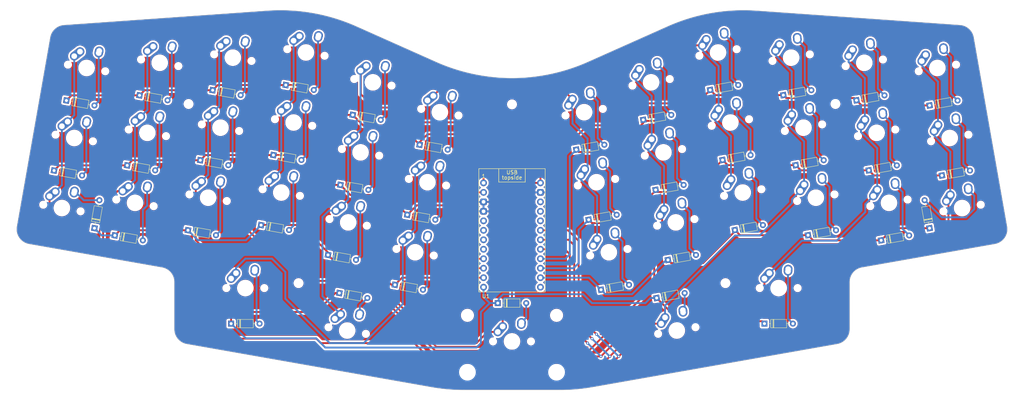
<source format=kicad_pcb>
(kicad_pcb (version 20221018) (generator pcbnew)
  (layers (0 "F.Cu" signal) (31 "B.Cu" signal) (34 "B.Paste" user) (35 "F.Paste" user) (36 "B.SilkS" user "B.Silkscreen") (37 "F.SilkS" user "F.Silkscreen") (38 "B.Mask" user) (39 "F.Mask" user) (44 "Edge.Cuts" user))
  (net 0 "")
  (net 1 "ROW3")
  (net 2 "Net-(D1-A)")
  (net 3 "Net-(D2-A)")
  (net 4 "Net-(D3-A)")
  (net 5 "Net-(D4-A)")
  (net 6 "Net-(D5-A)")
  (net 7 "Net-(D6-A)")
  (net 8 "ROW0")
  (net 9 "Net-(D7-A)")
  (net 10 "Net-(D8-A)")
  (net 11 "Net-(D9-A)")
  (net 12 "Net-(D10-A)")
  (net 13 "Net-(D11-A)")
  (net 14 "Net-(D12-A)")
  (net 15 "ROW4")
  (net 16 "Net-(D13-A)")
  (net 17 "Net-(D14-A)")
  (net 18 "Net-(D15-A)")
  (net 19 "Net-(D16-A)")
  (net 20 "Net-(D17-A)")
  (net 21 "Net-(D18-A)")
  (net 22 "ROW1")
  (net 23 "Net-(D19-A)")
  (net 24 "Net-(D20-A)")
  (net 25 "Net-(D21-A)")
  (net 26 "Net-(D22-A)")
  (net 27 "Net-(D23-A)")
  (net 28 "Net-(D24-A)")
  (net 29 "ROW5")
  (net 30 "Net-(D25-A)")
  (net 31 "Net-(D26-A)")
  (net 32 "Net-(D27-A)")
  (net 33 "Net-(D28-A)")
  (net 34 "Net-(D29-A)")
  (net 35 "Net-(D30-A)")
  (net 36 "ROW2")
  (net 37 "Net-(D31-A)")
  (net 38 "Net-(D32-A)")
  (net 39 "Net-(D33-A)")
  (net 40 "Net-(D34-A)")
  (net 41 "Net-(D35-A)")
  (net 42 "Net-(D36-A)")
  (net 43 "ROW6")
  (net 44 "Net-(D37-A)")
  (net 45 "Net-(D38-A)")
  (net 46 "Net-(D39-A)")
  (net 47 "Net-(D40-A)")
  (net 48 "Net-(D41-A)")
  (net 49 "COL0")
  (net 50 "COL1")
  (net 51 "COL2")
  (net 52 "COL3")
  (net 53 "COL4")
  (net 54 "COL5")
  (net 57 "GND")
  (net 61 "VCC")
  (footprint "_mx:MX-Alps-Hybrid-1.5U" (layer "F.Cu") (at 254.1534 177.587 10)
    (fp_text reference "MX40" hide)
    (fp_text value "MX" hide)
  )
  (footprint "_mx:MX-Alps-Hybrid-1U" (layer "F.Cu") (at 232.64 137.8567 10)
    (fp_text reference "MX19" hide)
    (fp_text value "MX" hide)
  )
  (footprint "Diode_THT:D_DO-35_SOD27_P7.62mm_Horizontal" (layer "F.Cu") (at 233.8499 166.6591 10)
    (fp_text reference "D31" hide)
    (fp_text value "1N4148" hide)
  )
  (footprint "_mx:MX-Alps-Hybrid-1U" (layer "F.Cu") (at 330.5779 144.7674 10)
    (fp_text reference "MX36" hide)
    (fp_text value "MX" hide)
  )
  (footprint "_mx:MX-Alps-Hybrid-1U" (layer "F.Cu") (at 138.5625 166.2125)
    (fp_text reference "MX37" hide)
    (fp_text value "MX" hide)
  )
  (footprint "_mx:MX-Alps-Hybrid-1U" (layer "F.Cu") (at 190.668 119.0961 -10)
    (fp_text reference "MX1" hide)
    (fp_text value "MX" hide)
  )
  (footprint "_mx:MX-Alps-Hybrid-1U" (layer "F.Cu") (at 172.7344 111.0979 -10)
    (fp_text reference "MX2" hide)
    (fp_text value "MX" hide)
  )
  (footprint "Diode_THT:D_DO-35_SOD27_P7.62mm_Horizontal" (layer "F.Cu") (at 142.7787 149.3397 -10)
    (fp_text reference "D27" hide)
    (fp_text value "1N4148" hide)
  )
  (footprint "Diode_THT:D_DO-35_SOD27_P7.62mm_Horizontal" (layer "F.Cu") (at 164.0203 138.5772 -10)
    (fp_text reference "D14" hide)
    (fp_text value "1N4148" hide)
  )
  (footprint "Diode_THT:D_DO-35_SOD27_P7.62mm_Horizontal" (layer "F.Cu") (at 146.0867 130.5791 -10)
    (fp_text reference "D15" hide)
    (fp_text value "1N4148" hide)
  )
  (footprint "Diode_THT:D_DO-35_SOD27_P7.62mm_Horizontal" (layer "F.Cu") (at 266.409 131.9023 10)
    (fp_text reference "D21" hide)
    (fp_text value "1N4148" hide)
  )
  (footprint "_mx:MX-Alps-Hybrid-1U" (layer "F.Cu") (at 184.052 156.6172 -10)
    (fp_text reference "MX25" hide)
    (fp_text value "MX" hide)
  )
  (footprint "Diode_THT:D_DO-35_SOD27_P7.62mm_Horizontal" (layer "F.Cu") (at 277.6275 175.7375)
    (fp_text reference "D41" hide)
    (fp_text value "1N4148" hide)
  )
  (footprint "_mx:MX-Alps-Hybrid-1U" (layer "F.Cu") (at 235.948 156.6172 10)
    (fp_text reference "MX31" hide)
    (fp_text value "MX" hide)
  )
  (footprint "_mx:MX-Alps-Hybrid-1U" (layer "F.Cu") (at 115.6257 105.8641 -10)
    (fp_text reference "MX5" hide)
    (fp_text value "MX" hide)
  )
  (footprint "MountingHole:MountingHole_2.2mm_M2" (layer "F.Cu") (at 267.1817 164.8848)
    (fp_text reference "H4" hide)
    (fp_text value "MountingHole" hide)
  )
  (footprint "Diode_THT:D_DO-35_SOD27_P7.62mm_Horizontal" (layer "F.Cu") (at 308.8922 153.4272 10)
    (fp_text reference "D35" hide)
    (fp_text value "1N4148" hide)
  )
  (footprint "Diode_THT:D_DO-35_SOD27_P7.62mm_Horizontal" (layer "F.Cu") (at 263.101 113.1417 10)
    (fp_text reference "D9" hide)
    (fp_text value "1N4148" hide)
  )
  (footprint "_mx:MX-Alps-Hybrid-1U" (layer "F.Cu") (at 284.7867 104.4819 10)
    (fp_text reference "MX10" hide)
    (fp_text value "MX" hide)
  )
  (footprint "Diode_THT:D_DO-35_SOD27_P7.62mm_Horizontal" (layer "F.Cu") (at 245.1674 121.1398 10)
    (fp_text reference "D8" hide)
    (fp_text value "1N4148" hide)
  )
  (footprint "Diode_THT:D_DO-35_SOD27_P7.62mm_Horizontal" (layer "F.Cu") (at 248.7473 168.8683 10)
    (fp_text reference "D40" hide)
    (fp_text value "1N4148" hide)
  )
  (footprint "MountingHole:MountingHole_2.2mm_M2" (layer "F.Cu") (at 296.648 116.8984)
    (fp_text reference "H5" hide)
    (fp_text value "MountingHole" hide)
  )
  (footprint "_mx:MX-Alps-Hybrid-1U" (layer "F.Cu") (at 271.8151 140.621 10)
    (fp_text reference "MX33" hide)
    (fp_text value "MX" hide)
  )
  (footprint "PCM_marbastlib-xp-promicroish:ProMicro_USBup" (layer "F.Cu") (at 210 152.005)
    (fp_text reference "U1")
    (fp_text value "ProMicro")
  )
  (footprint "Diode_THT:D_DO-35_SOD27_P7.62mm_Horizontal" (layer "F.Cu") (at 325.1718 136.0487 10)
    (fp_text reference "D24" hide)
    (fp_text value "1N4148" hide)
  )
  (footprint "_mx:MX-Alps-Hybrid-1U" (layer "F.Cu") (at 96.0381 107.2462 -10)
    (fp_text reference "MX6" hide)
    (fp_text value "MX" hide)
  )
  (footprint "_mx:MX-Alps-Hybrid-1U" (layer "F.Cu") (at 281.4375 166.2125)
    (fp_text reference "MX41" hide)
    (fp_text value "MX" hide)
  )
  (footprint "Diode_THT:D_DO-35_SOD27_P7.62mm_Horizontal" (layer "F.Cu") (at 248.4754 139.9004 10)
    (fp_text reference "D20" hide)
    (fp_text value "1N4148" hide)
  )
  (footprint "Diode_THT:D_DO-35_SOD27_P7.62mm_Horizontal" (layer "F.Cu") (at 167.3283 119.8166 -10)
    (fp_text reference "D2" hide)
    (fp_text value "1N4148" hide)
  )
  (footprint "Diode_THT:D_DO-35_SOD27_P7.62mm_Horizontal" (layer "F.Cu") (at 103.6036 152.104 -10)
    (fp_text reference "D29" hide)
    (fp_text value "1N4148" hide)
  )
  (footprint "Diode_THT:D_DO-35_SOD27_P7.62mm_Horizontal" (layer "F.Cu") (at 206.19 170.2406)
    (fp_text reference "D39" hide)
    (fp_text value "1N4148" hide)
  )
  (footprint "Diode_THT:D_DO-35_SOD27_P7.62mm_Horizontal" (layer "F.Cu") (at 321.8592 150.1735 100)
    (fp_text reference "D36" hide)
    (fp_text value "1N4148" hide)
  )
  (footprint "_mx:MX-Alps-Hybrid-1U" (layer "F.Cu") (at 166.1184 148.6191 -10)
    (fp_text reference "MX26" hide)
    (fp_text value "MX" hide)
  )
  (footprint "_mx:MX-Alps-Hybrid-1U" (layer "F.Cu") (at 323.9619 107.2462 10)
    (fp_text reference "MX12" hide)
    (fp_text value "MX" hide)
  )
  (footprint "Diode_THT:D_DO-35_SOD27_P7.62mm_Horizontal" (layer "F.Cu") (at 302.2762 115.906 10)
    (fp_text reference "D11" hide)
    (fp_text value "1N4148" hide)
  )
  (footprint "_mx:MX-Alps-Hybrid-1U" (layer "F.Cu") (at 112.3177 124.6247 -10)
    (fp_text reference "MX17" hide)
    (fp_text value "MX" hide)
  )
  (footprint "MountingHole:MountingHole_2.2mm_M2" (layer "F.Cu") (at 210 117)
    (fp_text reference "H1" hide)
    (fp_text value "MountingHole" hide)
  )
  (footprint "_mx:MX-Alps-Hybrid-1U" (layer "F.Cu") (at 151.4929 121.8604 -10)
    (fp_text reference "MX15" hide)
    (fp_text value "MX" hide)
  )
  (footprint "_mx:MX-Alps-Hybrid-1U" (layer "F.Cu") (at 288.0947 123.2425 10)
    (fp_text reference "MX22" hide)
    (fp_text value "MX" hide)
  )
  (footprint "_mx:MX-Alps-Hybrid-1U" (layer "F.Cu") (at 253.8816 148.6191 10)
    (fp_text reference "MX32" hide)
    (fp_text value "MX" hide)
  )
  (footprint "Diode_THT:D_DO-35_SOD27_P7.62mm_Horizontal" (layer "F.Cu") (at 123.1912 150.7218 -10)
    (fp_text reference "D28" hide)
    (fp_text value "1N4148" hide)
  )
  (footprint "Diode_THT:D_DO-35_SOD27_P7.62mm_Horizontal" (layer "F.Cu") (at 285.9966 133.2844 10)
    (fp_text reference "D22" hide)
    (fp_text value "1N4148" hide)
  )
  (footprint "Diode_THT:D_DO-35_SOD27_P7.62mm_Horizontal" (layer "F.Cu") (at 149.3947 111.8185 -10)
    (fp_text reference "D3" hide)
    (fp_text value "1N4148" hide)
  )
  (footprint "Diode_THT:D_DO-35_SOD27_P7.62mm_Horizontal" (layer "F.Cu") (at 321.8638 117.2881 10)
    (fp_text reference "D12" hide)
    (fp_text value "1N4148" hide)
  )
  (footprint "Diode_THT:D_DO-35_SOD27_P7.62mm_Horizontal" (layer "F.Cu") (at 160.7123 157.3378 -10)
    (fp_text reference "D26" hide)
    (fp_text value "1N4148" hide)
  )
  (footprint "Diode_THT:D_DO-35_SOD27_P7.62mm_Horizontal" (layer "F.Cu") (at 178.6459 165.3359 -10)
    (fp_text reference "D25" hide)
    (fp_text value "1N4148" hide)
  )
  (footprint "_mx:MX-Alps-Hybrid-2.25U" (layer "F.Cu") (at 210 180.5)
    (fp_text reference "MX39" hide)
    (fp_text value "MX" hide)
  )
  (footprint "_mx:MX-Alps-Hybrid-1U" (layer "F.Cu") (at 92.7301 126.0068 -10)
    (fp_text reference "MX18" hide)
    (fp_text value "MX" hide)
  )
  (footprint "Diode_THT:D_DO-35_SOD27_P7.62mm_Horizontal" (layer "F.Cu") (at 269.717 150.6629 10)
    (fp_text reference "D33" hide)
    (fp_text value "1N4148" hide)
  )
  (footprint "_mx:MX-Alps-Hybrid-1U" (layer "F.Cu") (at 250.5736 129.8585 10)
    (fp_text reference "MX20" hide)
    (fp_text value "MX" hide)
  )
  (footprint "_mx:MX-Alps-Hybrid-1U" (layer "F.Cu") (at 169.4264 129.8585 -10)
    (fp_text reference "MX14" hide)
    (fp_text value "MX" hide)
  )
  (footprint "_mx:MX-Alps-Hybrid-1U" (layer "F.Cu") (at 187.36 137.8567 -10)
    (fp_text reference "MX13" hide)
    (fp_text value "MX" hide)
  )
  (footprint "_mx:MX-Alps-Hybrid-1U" (layer "F.Cu") (at 268.5071 121.8604 10)
    (fp_text reference "MX21" hide)
    (fp_text value "MX" hide)
  )
  (footprint "Diode_THT:D_DO-35_SOD27_P7.62mm_Horizontal" (layer "F.Cu") (at 110.2196 114.5828 -10)
    (fp_text reference "D5" hide)
    (fp_text value "1N4148" hide)
  )
  (footprint "Diode_THT:D_DO-35_SOD27_P7.62mm_Horizontal" (layer "F.Cu") (at 87.324 134.7255 -10)
    (fp_text reference "D18" hide)
    (fp_text value "1N4148" hide)
  )
  (footprint "_mx:MX-Alps-Hybrid-1U" (layer "F.Cu") (at 89.4221 144.7674 -10)
    (fp_text reference "MX30" hide)
    (fp_text value "MX" hide)
  )
  (footprint "_mx:MX-Alps-Hybrid-1U" (layer "F.Cu") (at 265.1991 103.0998 10)
    (fp_text reference "MX9" hide)
    (fp_text value "MX" hide)
  )
  (footprint "MountingHole:MountingHole_2.2mm_M2" (layer "F.Cu") (at 123.352 116.8984)
    (fp_text reference "H2" hide)
    (fp_text value "MountingHole" hide)
  )
  (footprint "Diode_THT:D_DO-35_SOD27_P7.62mm_Horizontal" (layer "F.Cu") (at 126.4992 131.9612 -10)
    (fp_text reference "D16" hide)
    (fp_text value "1N4148" hide)
  )
  (footprint "Diode_THT:D_DO-35_SOD27_P7.62mm_Horizontal" (layer "F.Cu") (at 230.5419 147.8986 10)
    (fp_text reference "D19" hide)
    (fp_text value "1N4148" hide)
  )
  (footprint "_mx:MX-Alps-Hybrid-1U" (layer "F.Cu") (at 310.9903 143.3853 10)
    (fp_text reference "MX35" hide)
    (fp_text value "MX" hide)
  )
  (footprint "Diode_THT:D_DO-35_SOD27_P7.62mm_Horizontal" (layer "F.Cu") (at 90.632 115.9649 -10)
    (fp_text reference "D6" hide)
    (fp_text value "1N4148" hide)
  )
  (footprint "Diode_THT:D_DO-35_SOD27_P7.62mm_Horizontal" (layer "F.Cu") (at 251.7834 158.661 10)
    (fp_text reference "D32" hide)
    (fp_text value "1N4148" hide)
  )
  (footprint "Diode_THT:D_DO-35_SOD27_P7.62mm_Horizontal" (layer "F.Cu") (at 129.8071 113.2006 -10)
    (fp_text reference "D4" hide)
    (fp_text value "1N4148" hide)
  )
  (footprint "_mx:MX-Alps-Hybrid-1U" (layer "F.Cu") (at 327.2699 126.0068 10)
    (fp_text reference "MX24" hide)
    (fp_text value "MX" hide)
  )
  (footprint "Diode_THT:D_DO-35_SOD27_P7.62mm_Horizontal" (layer "F.Cu") (at 106.9116 133.3434 -10)
    (fp_text reference "D17" hide)
    (fp_text value "1N4148" hide)
  )
  (footprint "Diode_THT:D_DO-35_SOD27_P7.62mm_Horizontal" (layer "F.Cu") (at 227.2339 129.138 10)
    (fp_text reference "D7" hide)
    (fp_text value "1N4148" hide)
  )
  (footprint "_mx:MX-Alps-Hybrid-1U" (layer "F.Cu") (at 135.2133 104.4819 -10)
    (fp_text reference "MX4" hide)
    (fp_text value "MX" hide)
  )
  (footprint "MountingHole:MountingHole_2.2mm_M2" (layer "F.Cu") (at 152.8183 164.8848)
    (fp_text reference "H3" hide)
    (fp_text value "MountingHole" hide)
  )
  (footprint "Diode_THT:D_DO-35_SOD27_P7.62mm_Horizontal" (layer "F.Cu") (at 134.7525 175.7375)
    (fp_text reference "D37" hide)
    (fp_text value "1N4148" hide)
  )
  (footprint "Diode_THT:D_DO-35_SOD27_P7.62mm_Horizontal" (layer "F.Cu") (at 163.7485 167.5451 -10)
    (fp_text reference "D38" hide)
    (fp_text value "1N4148" hide)
  )
  (footprint "Diode_THT:D_DO-35_SOD27_P7.62mm_Horizontal" (layer "F.Cu") (at 282.6886 114.5238 10)
    (fp_text reference "D10" hide)
    (fp_text value "1N4148" hide)
  )
  (footprint "_mx:MX-Alps-Hybrid-1U" (layer "F.Cu") (at 165.8466 177.587 -10)
    (fp_text reference "MX38" hide)
    (fp_text value "MX" hide)
  )
  (footprint "Diode_THT:D_DO-35_SOD27_P7.62mm_Horizontal" (layer "F.Cu") (at 305.5842 134.6666 10)
    (fp_text reference "D23" hide)
    (fp_text value "1N4148" hide)
  )
  (footprint "_mx:MX-Alps-Hybrid-1U" (layer "F.Cu") (at 307.6823 124.6247 10)
    (fp_text reference "MX23" hide)
    (fp_text value "MX" hide)
  )
  (footprint "_mx:MX-Alps-Hybrid-1U" (layer "F.Cu") (at 247.2656 111.0979 10)
    (fp_text reference "MX8" hide)
    (fp_text value "MX" hide)
  )
  (footprint "Diode_THT:D_DO-35_SOD27_P7.62mm_Horizontal" (layer "F.Cu") (at 181.9539 146.5754 -10)
    (fp_text reference "D13" hide)
    (fp_text value "1N4148" hide)
  )
  (footprint "_mx:MX-Alps-Hybrid-1U" (layer "F.Cu") (at 291.4027 142.0031 10)
    (fp_text reference "MX34" hide)
    (fp_text value "MX" hide)
  )
  (footprint "Diode_THT:D_DO-35_SOD27_P7.62mm_Horizontal" (layer "F.Cu") (at 289.3046 152.045 10)
    (fp_text reference "D34" hide)
    (fp_text value "1N4148" hide)
  )
  (footprint "_mx:MX-Alps-Hybrid-1U" (layer "F.Cu") (at 128.5973 142.0031 -10)
    (fp_text reference "MX28" hide)
    (fp_text value "MX" hide)
  )
  (footprint "_mx:MX-Alps-Hybrid-1U" (layer "F.Cu") (at 109.0097 143.3853 -10)
    (fp_text reference "MX29" hide)
    (fp_text value "MX" hide)
  )
  (footprint "_mx:MX-Alps-Hybrid-1U" (layer "F.Cu") (at 131.9053 123.2425 -10)
    (fp_text reference "MX16" hide)
    (fp_text value "MX" hide)
  )
  (footprint "_mx:MX-Alps-Hybrid-1U" (layer "F.Cu") (at 229.332 119.0961 10)
    (fp_text reference "MX7" hide)
    (fp_text value "MX" hide)
  )
  (footprint "Diode_THT:D_DO-35_SOD27_P7.62mm_Horizontal" (layer "F.Cu") (at 98.1408 150.1735 80)
    (fp_text reference "D30" hide)
    (fp_text value "1N4148" hide)
  )
  (footprint "_mx:MX-Alps-Hybrid-1U" (layer "F.Cu") (at 304.3743 105.8641 10)
    (fp_text reference "MX11" hide)
    (fp_text value "MX" hide)
  )
  (footprint "_mx:MX-Alps-Hybrid-1U" (layer "F.Cu") (at 148.1849 140.621 -10)
    (fp_text reference "MX27" hide)
    (fp_text value "MX" hide)
  )
  (footprint "_mx:MX-Alps-Hybrid-1U" (layer "F.Cu") (at 154.8009 103.0998 -10)
    (fp_text reference "MX3" hide)
    (fp_text value "MX" hide)
  )
  (footprint "Diode_THT:D_DO-35_SOD27_P7.62mm_Horizontal" (layer "F.Cu") (at 185.2619 127.8148 -10)
    (fp_text reference "D1" hide)
    (fp_text value "1N4148" hide)
  )
  (gr_arc (start 300.4375 164.608066) (mid 301.373335 162.036934) (end 303.742907 160.668835) (stroke (width 0.1)) (layer "Edge.Cuts"))
  (gr_arc (start 251.656187 96.129186) (mid 263.3395 92.553201) (end 275.541283 91.917599) (stroke (width 0.1)) (layer "Edge.Cuts"))
  (gr_line (start 188.439331 192.740388) (end 122.867907 181.178377) (stroke (width 0.1)) (layer "Edge.Cuts"))
  (gr_arc (start 230.365722 105.624454) (mid 210 109.960054) (end 189.634278 105.624454) (stroke (width 0.1)) (layer "Edge.Cuts"))
  (gr_line (start 231.560669 192.740388) (end 297.132093 181.178377) (stroke (width 0.1)) (layer "Edge.Cuts"))
  (gr_line (start 275.541283 91.917599) (end 330.030107 95.762467) (stroke (width 0.1)) (layer "Edge.Cuts"))
  (gr_arc (start 231.560669 192.740388) (mid 227.236048 193.309732) (end 222.878261 193.5) (stroke (width 0.1)) (layer "Edge.Cuts"))
  (gr_line (start 303.742907 160.668835) (end 339.381689 154.384756) (stroke (width 0.1)) (layer "Edge.Cuts"))
  (gr_line (start 144.458717 91.917599) (end 89.969893 95.762467) (stroke (width 0.1)) (layer "Edge.Cuts"))
  (gr_arc (start 86.312212 99.057953) (mid 87.573972 96.780804) (end 89.969893 95.762467) (stroke (width 0.1)) (layer "Edge.Cuts"))
  (gr_line (start 197.121739 193.5) (end 222.878261 193.5) (stroke (width 0.1)) (layer "Edge.Cuts"))
  (gr_line (start 116.257093 160.668835) (end 80.618311 154.384756) (stroke (width 0.1)) (layer "Edge.Cuts"))
  (gr_line (start 119.5625 164.608066) (end 119.5625 177.239146) (stroke (width 0.1)) (layer "Edge.Cuts"))
  (gr_arc (start 80.618311 154.384756) (mid 78.036291 152.739832) (end 77.373672 149.750932) (stroke (width 0.1)) (layer "Edge.Cuts"))
  (gr_arc (start 197.121739 193.5) (mid 192.763952 193.309738) (end 188.439331 192.740388) (stroke (width 0.1)) (layer "Edge.Cuts"))
  (gr_line (start 300.4375 164.608066) (end 300.4375 177.239146) (stroke (width 0.1)) (layer "Edge.Cuts"))
  (gr_arc (start 116.257093 160.668835) (mid 118.626691 162.036913) (end 119.5625 164.608066) (stroke (width 0.1)) (layer "Edge.Cuts"))
  (gr_arc (start 330.030107 95.762467) (mid 332.426029 96.780803) (end 333.687788 99.057953) (stroke (width 0.1)) (layer "Edge.Cuts"))
  (gr_arc (start 300.4375 177.239146) (mid 299.501661 179.810271) (end 297.132093 181.178377) (stroke (width 0.1)) (layer "Edge.Cuts"))
  (gr_line (start 86.312212 99.057953) (end 77.373672 149.750932) (stroke (width 0.1)) (layer "Edge.Cuts"))
  (gr_arc (start 122.867907 181.178377) (mid 120.498305 179.8103) (end 119.5625 177.239146) (stroke (width 0.1)) (layer "Edge.Cuts"))
  (gr_arc (start 144.458717 91.917599) (mid 156.660501 92.553195) (end 168.343813 96.129186) (stroke (width 0.1)) (layer "Edge.Cuts"))
  (gr_line (start 230.365722 105.624454) (end 251.656187 96.129186) (stroke (width 0.1)) (layer "Edge.Cuts"))
  (gr_arc (start 342.626328 149.750932) (mid 341.963693 152.739815) (end 339.381689 154.384756) (stroke (width 0.1)) (layer "Edge.Cuts"))
  (gr_line (start 189.634278 105.624454) (end 168.343813 96.129186) (stroke (width 0.1)) (layer "Edge.Cuts"))
  (gr_line (start 333.687788 99.057953) (end 342.626328 149.750932) (stroke (width 0.1)) (layer "Edge.Cuts"))
  (segment (start 321.8638 117.2881) (end 303.6583 117.2881) (width 0.5) (layer "F.Cu") (net 1))
  (segment (start 282.6886 114.5238) (end 264.4831 114.5238) (width 0.5) (layer "F.Cu") (net 1))
  (segment (start 302.2762 115.906) (end 301.6686 115.2984) (width 0.5) (layer "F.Cu") (net 1))
  (segment (start 245.1674 121.97635) (end 237.384375 129.759375) (width 0.5) (layer "F.Cu") (net 1))
  (segment (start 227.855275 129.759375) (end 227.2339 129.138) (width 0.5) (layer "F.Cu") (net 1))
  (segment (start 301.6686 115.2984) (end 283.4632 115.2984) (width 0.5) (layer "F.Cu") (net 1))
  (segment (start 264.4831 114.5238) (end 263.101 113.1417) (width 0.5) (layer "F.Cu") (net 1))
  (segment (start 254.8177 121.425) (end 245.4526 121.425) (width 0.5) (layer "F.Cu") (net 1))
  (segment (start 283.4632 115.2984) (end 282.6886 114.5238) (width 0.5) (layer "F.Cu") (net 1))
  (segment (start 245.1674 121.1398) (end 245.1674 121.97635) (width 0.5) (layer "F.Cu") (net 1))
  (segment (start 237.384375 129.759375) (end 227.855275 129.759375) (width 0.5) (layer "F.Cu") (net 1))
  (segment (start 303.6583 117.2881) (end 302.2762 115.906) (width 0.5) (layer "F.Cu") (net 1))
  (segment (start 263.101 113.1417) (end 254.8177 121.425) (width 0.5) (layer "F.Cu") (net 1))
  (segment (start 225.478125 130.893775) (end 227.2339 129.138) (width 0.5) (layer "B.Cu") (net 1))
  (segment (start 224.266875 158.355) (end 225.478125 157.14375) (width 0.5) (layer "B.Cu") (net 1))
  (segment (start 217.62 158.355) (end 224.266875 158.355) (width 0.5) (layer "B.Cu") (net 1))
  (segment (start 225.478125 157.14375) (end 225.478125 130.893775) (width 0.5) (layer "B.Cu") (net 1))
  (segment (start 192.766135 129.137999) (end 193.566134 128.338) (width 0.5) (layer "B.Cu") (net 2))
  (segment (start 193.566134 128.338) (end 193.566134 115.443888) (width 0.5) (layer "B.Cu") (net 2))
  (segment (start 174.832535 121.139799) (end 175.977836 119.994498) (width 0.5) (layer "B.Cu") (net 3))
  (segment (start 175.977836 119.994498) (end 175.977836 107.100386) (width 0.5) (layer "B.Cu") (net 3))
  (segment (start 158.044336 111.996298) (end 158.044336 99.102286) (width 0.5) (layer "B.Cu") (net 4))
  (segment (start 156.898935 113.141699) (end 158.044336 111.996298) (width 0.5) (layer "B.Cu") (net 4))
  (segment (start 138.456736 113.378398) (end 138.456736 100.484386) (width 0.5) (layer "B.Cu") (net 5))
  (segment (start 137.311335 114.523799) (end 138.456736 113.378398) (width 0.5) (layer "B.Cu") (net 5))
  (segment (start 117.723835 115.905999) (end 118.869136 114.760698) (width 0.5) (layer "B.Cu") (net 6))
  (segment (start 118.869136 114.760698) (end 118.869136 101.866586) (width 0.5) (layer "B.Cu") (net 6))
  (segment (start 99.281536 116.142798) (end 99.281536 103.248686) (width 0.5) (layer "B.Cu") (net 7))
  (segment (start 98.136235 117.288099) (end 99.281536 116.142798) (width 0.5) (layer "B.Cu") (net 7))
  (segment (start 110.2196 114.5828) (end 111.6018 113.2006) (width 0.5) (layer "F.Cu") (net 8))
  (segment (start 195.7125 124.996875) (end 187.378125 124.996875) (width 0.5) (layer "F.Cu") (net 8))
  (segment (start 153.666547 111.8185) (end 161.664647 119.8166) (width 0.5) (layer "F.Cu") (net 8))
  (segment (start 199.284375 157.14375) (end 199.284375 141.665625) (width 0.5) (layer "F.Cu") (net 8))
  (segment (start 170.127325 122.615625) (end 180.062725 122.615625) (width 0.5) (layer "F.Cu") (net 8))
  (segment (start 202.38 158.355) (end 200.495625 158.355) (width 0.5) (layer "F.Cu") (net 8))
  (segment (start 196.903125 126.1875) (end 195.7125 124.996875) (width 0.5) (layer "F.Cu") (net 8))
  (segment (start 131.1892 111.8185) (end 149.3947 111.8185) (width 0.5) (layer "F.Cu") (net 8))
  (segment (start 167.3283 119.8166) (end 170.127325 122.615625) (width 0.5) (layer "F.Cu") (net 8))
  (segment (start 200.495625 158.355) (end 199.284375 157.14375) (width 0.5) (layer "F.Cu") (net 8))
  (segment (start 161.664647 119.8166) (end 167.3283 119.8166) (width 0.5) (layer "F.Cu") (net 8))
  (segment (start 111.6018 113.2006) (end 129.8071 113.2006) (width 0.5) (layer "F.Cu") (net 8))
  (segment (start 199.284375 141.665625) (end 196.903125 139.284375) (width 0.5) (layer "F.Cu") (net 8))
  (segment (start 187.378125 124.996875) (end 185.2619 127.1131) (width 0.5) (layer "F.Cu") (net 8))
  (segment (start 92.0141 114.5828) (end 110.2196 114.5828) (width 0.5) (layer "F.Cu") (net 8))
  (segment (start 180.062725 122.615625) (end 185.2619 127.8148) (width 0.5) (layer "F.Cu") (net 8))
  (segment (start 196.903125 139.284375) (end 196.903125 126.1875) (width 0.5) (layer "F.Cu") (net 8))
  (segment (start 129.8071 113.2006) (end 131.1892 111.8185) (width 0.5) (layer "F.Cu") (net 8))
  (segment (start 90.632 115.9649) (end 92.0141 114.5828) (width 0.5) (layer "F.Cu") (net 8))
  (segment (start 185.2619 127.1131) (end 185.2619 127.8148) (width 0.5) (layer "F.Cu") (net 8))
  (segment (start 149.3947 111.8185) (end 153.666547 111.8185) (width 0.5) (layer "F.Cu") (net 8))
  (segment (start 234.738135 127.814801) (end 232.983923 126.060589) (width 0.5) (layer "B.Cu") (net 9))
  (segment (start 232.983923 116.201665) (end 231.012603 114.230345) (width 0.5) (layer "B.Cu") (net 9))
  (segment (start 232.983923 126.060589) (end 232.983923 116.201665) (width 0.5) (layer "B.Cu") (net 9))
  (segment (start 252.671635 119.816601) (end 250.917523 118.062489) (width 0.5) (layer "B.Cu") (net 10))
  (segment (start 250.917523 108.203465) (end 248.946203 106.232145) (width 0.5) (layer "B.Cu") (net 10))
  (segment (start 250.917523 118.062489) (end 250.917523 108.203465) (width 0.5) (layer "B.Cu") (net 10))
  (segment (start 268.851023 100.205365) (end 266.879703 98.234045) (width 0.5) (layer "B.Cu") (net 11))
  (segment (start 268.851023 110.064289) (end 268.851023 100.205365) (width 0.5) (layer "B.Cu") (net 11))
  (segment (start 270.605235 111.818501) (end 268.851023 110.064289) (width 0.5) (layer "B.Cu") (net 11))
  (segment (start 288.438623 101.587465) (end 286.467303 99.616145) (width 0.5) (layer "B.Cu") (net 12))
  (segment (start 288.438623 111.446389) (end 288.438623 101.587465) (width 0.5) (layer "B.Cu") (net 12))
  (segment (start 290.192835 113.200601) (end 288.438623 111.446389) (width 0.5) (layer "B.Cu") (net 12))
  (segment (start 309.780435 114.582801) (end 308.026223 112.828589) (width 0.5) (layer "B.Cu") (net 13))
  (segment (start 308.026223 102.969665) (end 306.054903 100.998345) (width 0.5) (layer "B.Cu") (net 13))
  (segment (start 308.026223 112.828589) (end 308.026223 102.969665) (width 0.5) (layer "B.Cu") (net 13))
  (segment (start 327.613823 104.351765) (end 325.642503 102.380445) (width 0.5) (layer "B.Cu") (net 14))
  (segment (start 329.368035 115.964901) (end 327.613823 114.210689) (width 0.5) (layer "B.Cu") (net 14))
  (segment (start 327.613823 114.210689) (end 327.613823 104.351765) (width 0.5) (layer "B.Cu") (net 14))
  (segment (start 306.9663 136.0487) (end 305.5842 134.6666) (width 0.5) (layer "F.Cu") (net 15))
  (segment (start 231.452675 148.809375) (end 230.5419 147.8986) (width 0.5) (layer "F.Cu") (net 15))
  (segment (start 287.3788 134.6666) (end 285.9966 133.2844) (width 0.5) (layer "F.Cu") (net 15))
  (segment (start 266.409 131.9023) (end 257.8363 140.475) (width 0.5) (layer "F.Cu") (net 15))
  (segment (start 325.1718 136.0487) (end 306.9663 136.0487) (width 0.5) (layer "F.Cu") (net 15))
  (segment (start 257.8363 140.475) (end 249.05 140.475) (width 0.5) (layer "F.Cu") (net 15))
  (segment (start 285.9966 133.2844) (end 267.7911 133.2844) (width 0.5) (layer "F.Cu") (net 15))
  (segment (start 239.765625 148.809375) (end 231.452675 148.809375) (width 0.5) (layer "F.Cu") (net 15))
  (segment (start 248.4754 140.0996) (end 239.765625 148.809375) (width 0.5) (layer "F.Cu") (net 15))
  (segment (start 249.05 140.475) (end 248.4754 139.9004) (width 0.5) (layer "F.Cu") (net 15))
  (segment (start 267.7911 133.2844) (end 266.409 131.9023) (width 0.5) (layer "F.Cu") (net 15))
  (segment (start 305.5842 134.6666) (end 287.3788 134.6666) (width 0.5) (layer "F.Cu") (net 15))
  (segment (start 217.62 160.895) (end 226.489375 160.895) (width 0.5) (layer "B.Cu") (net 15))
  (segment (start 226.489375 160.895) (end 227.859375 159.525) (width 0.5) (layer "B.Cu") (net 15))
  (segment (start 227.859375 150.581125) (end 230.5419 147.8986) (width 0.5) (layer "B.Cu") (net 15))
  (segment (start 227.859375 159.525) (end 227.859375 150.581125) (width 0.5) (layer "B.Cu") (net 15))
  (segment (start 190.603436 146.753298) (end 190.603436 133.859186) (width 0.5) (layer "B.Cu") (net 16))
  (segment (start 189.458135 147.898599) (end 190.603436 146.753298) (width 0.5) (layer "B.Cu") (net 16))
  (segment (start 172.669836 138.755098) (end 172.669836 125.860986) (width 0.5) (layer "B.Cu") (net 17))
  (segment (start 171.524535 139.900399) (end 172.669836 138.755098) (width 0.5) (layer "B.Cu") (net 17))
  (segment (start 154.736336 130.756898) (end 154.736336 117.862886) (width 0.5) (layer "B.Cu") (net 18))
  (segment (start 153.590935 131.902299) (end 154.736336 130.756898) (width 0.5) (layer "B.Cu") (net 18))
  (segment (start 135.148736 132.139098) (end 135.148736 119.244986) (width 0.5) (layer "B.Cu") (net 19))
  (segment (start 134.003435 133.284399) (end 135.148736 132.139098) (width 0.5) (layer "B.Cu") (net 19))
  (segment (start 115.561136 133.521298) (end 115.561136 120.627186) (width 0.5) (layer "B.Cu") (net 20))
  (segment (start 114.415835 134.666599) (end 115.561136 133.521298) (width 0.5) (layer "B.Cu") (net 20))
  (segment (start 94.828235 136.048699) (end 95.973536 134.903398) (width 0.5) (layer "B.Cu") (net 21))
  (segment (start 95.973536 134.903398) (end 95.973536 122.009286) (width 0.5) (layer "B.Cu") (net 21))
  (segment (start 88.7061 133.3434) (end 106.9116 133.3434) (width 0.5) (layer "F.Cu") (net 22))
  (segment (start 146.0867 130.5791) (end 150.09785 130.5791) (width 0.5) (layer "F.Cu") (net 22))
  (segment (start 181.9539 146.5754) (end 184.482426 144.046875) (width 0.5) (layer "F.Cu") (net 22))
  (segment (start 200.654375 160.895) (end 202.38 160.895) (width 0.5) (layer "F.Cu") (net 22))
  (segment (start 127.8813 130.5791) (end 146.0867 130.5791) (width 0.5) (layer "F.Cu") (net 22))
  (segment (start 176.628899 141.250399) (end 181.9539 146.5754) (width 0.5) (layer "F.Cu") (net 22))
  (segment (start 166.693499 141.250399) (end 176.628899 141.250399) (width 0.5) (layer "F.Cu") (net 22))
  (segment (start 194.521875 144.046875) (end 196.903125 146.428125) (width 0.5) (layer "F.Cu") (net 22))
  (segment (start 164.0203 138.5772) (end 166.693499 141.250399) (width 0.5) (layer "F.Cu") (net 22))
  (segment (start 158.09595 138.5772) (end 164.0203 138.5772) (width 0.5) (layer "F.Cu") (net 22))
  (segment (start 196.903125 146.428125) (end 196.903125 157.14375) (width 0.5) (layer "F.Cu") (net 22))
  (segment (start 196.903125 157.14375) (end 200.654375 160.895) (width 0.5) (layer "F.Cu") (net 22))
  (segment (start 126.4992 131.9612) (end 127.8813 130.5791) (width 0.5) (layer "F.Cu") (net 22))
  (segment (start 108.2938 131.9612) (end 126.4992 131.9612) (width 0.5) (layer "F.Cu") (net 22))
  (segment (start 106.9116 133.3434) (end 108.2938 131.9612) (width 0.5) (layer "F.Cu") (net 22))
  (segment (start 87.324 134.7255) (end 88.7061 133.3434) (width 0.5) (layer "F.Cu") (net 22))
  (segment (start 184.482426 144.046875) (end 194.521875 144.046875) (width 0.5) (layer "F.Cu") (net 22))
  (segment (start 150.09785 130.5791) (end 158.09595 138.5772) (width 0.5) (layer "F.Cu") (net 22))
  (segment (start 236.291923 144.821189) (end 236.291923 134.962265) (width 0.5) (layer "B.Cu") (net 23))
  (segment (start 236.291923 134.962265) (end 234.320603 132.990945) (width 0.5) (layer "B.Cu") (net 23))
  (segment (start 238.046135 146.575401) (end 236.291923 144.821189) (width 0.5) (layer "B.Cu") (net 23))
  (segment (start 255.979635 138.577201) (end 254.225523 136.823089) (width 0.5) (layer "B.Cu") (net 24))
  (segment (start 254.225523 136.823089) (end 254.225523 126.964065) (width 0.5) (layer "B.Cu") (net 24))
  (segment (start 254.225523 126.964065) (end 252.254203 124.992745) (width 0.5) (layer "B.Cu") (net 24))
  (segment (start 270.187703 120.014096) (end 273.913235 123.739628) (width 0.5) (layer "B.Cu") (net 25))
  (segment (start 270.187703 116.994645) (end 270.187703 120.014096) (width 0.5) (layer "B.Cu") (net 25))
  (segment (start 273.913235 123.739628) (end 273.913235 130.579101) (width 0.5) (layer "B.Cu") (net 25))
  (segment (start 293.500835 131.961201) (end 291.746623 130.206989) (width 0.5) (layer "B.Cu") (net 26))
  (segment (start 291.746623 130.206989) (end 291.746623 120.348065) (width 0.5) (layer "B.Cu") (net 26))
  (segment (start 291.746623 120.348065) (end 289.775303 118.376745) (width 0.5) (layer "B.Cu") (net 26))
  (segment (start 311.334223 131.589189) (end 311.334223 121.730265) (width 0.5) (layer "B.Cu") (net 27))
  (segment (start 313.088435 133.343401) (end 311.334223 131.589189) (width 0.5) (layer "B.Cu") (net 27))
  (segment (start 311.334223 121.730265) (end 309.362903 119.758945) (width 0.5) (layer "B.Cu") (net 27))
  (segment (start 330.921823 123.112365) (end 328.950503 121.141045) (width 0.5) (layer "B.Cu") (net 28))
  (segment (start 330.921823 132.971289) (end 330.921823 123.112365) (width 0.5) (layer "B.Cu") (net 28))
  (segment (start 332.676035 134.725501) (end 330.921823 132.971289) (width 0.5) (layer "B.Cu") (net 28))
  (segment (start 290.6868 153.4272) (end 289.3046 152.045) (width 0.5) (layer "F.Cu") (net 29))
  (segment (start 312.1459 150.1735) (end 308.8922 153.4272) (width 0.5) (layer "F.Cu") (net 29))
  (segment (start 261.196875 159.525) (end 252.6474 159.525) (width 0.5) (layer "F.Cu") (net 29))
  (segment (start 289.3046 152.045) (end 271.0991 152.045) (width 0.5) (layer "F.Cu") (net 29))
  (segment (start 321.8592 150.1735) (end 312.1459 150.1735) (width 0.5) (layer "F.Cu") (net 29))
  (segment (start 308.8922 153.4272) (end 290.6868 153.4272) (width 0.5) (layer "F.Cu") (net 29))
  (segment (start 269.717 151.004875) (end 261.196875 159.525) (width 0.5) (layer "F.Cu") (net 29))
  (segment (start 252.6474 159.525) (end 251.7834 158.661) (width 0.5) (layer "F.Cu") (net 29))
  (segment (start 271.0991 152.045) (end 269.717 150.6629) (width 0.5) (layer "F.Cu") (net 29))
  (segment (start 230.6258 163.435) (end 233.8499 166.6591) (width 0.5) (layer "B.Cu") (net 29))
  (segment (start 235.003125 167.859375) (end 235.003125 167.812325) (width 0.5) (layer "B.Cu") (net 29))
  (segment (start 242.146875 167.859375) (end 235.003125 167.859375) (width 0.5) (layer "B.Cu") (net 29))
  (segment (start 251.34525 158.661) (end 242.146875 167.859375) (width 0.5) (layer "B.Cu") (net 29))
  (segment (start 235.003125 167.812325) (end 233.8499 166.6591) (width 0.5) (layer "B.Cu") (net 29))
  (segment (start 217.62 163.435) (end 230.6258 163.435) (width 0.5) (layer "B.Cu") (net 29))
  (segment (start 186.150135 166.659099) (end 187.295436 165.513798) (width 0.5) (layer "B.Cu") (net 30))
  (segment (start 187.295436 165.513798) (end 187.295436 152.619686) (width 0.5) (layer "B.Cu") (net 30))
  (segment (start 169.361836 157.515698) (end 169.361836 144.621586) (width 0.5) (layer "B.Cu") (net 31))
  (segment (start 168.216535 158.660999) (end 169.361836 157.515698) (width 0.5) (layer "B.Cu") (net 31))
  (segment (start 150.282935 150.662899) (end 151.428336 149.517498) (width 0.5) (layer "B.Cu") (net 32))
  (segment (start 151.428336 149.517498) (end 151.428336 136.623486) (width 0.5) (layer "B.Cu") (net 32))
  (segment (start 130.695435 152.044999) (end 131.840736 150.899698) (width 0.5) (layer "B.Cu") (net 33))
  (segment (start 131.840736 150.899698) (end 131.840736 138.005586) (width 0.5) (layer "B.Cu") (net 33))
  (segment (start 111.107835 145.26166) (end 112.253136 144.116359) (width 0.5) (layer "B.Cu") (net 34))
  (segment (start 111.107835 153.427199) (end 111.107835 145.26166) (width 0.5) (layer "B.Cu") (net 34))
  (segment (start 112.253136 144.116359) (end 112.253136 139.387786) (width 0.5) (layer "B.Cu") (net 34))
  (segment (start 99.463999 142.669265) (end 95.269266 142.669265) (width 0.5) (layer "B.Cu") (net 35))
  (segment (start 95.269266 142.669265) (end 92.805644 140.205643) (width 0.5) (layer "B.Cu") (net 35))
  (segment (start 174.28125 161.90625) (end 165.280749 161.90625) (width 0.5) (layer "F.Cu") (net 36))
  (segment (start 160.7123 156.671675) (end 160.7123 157.3378) (width 0.5) (layer "F.Cu") (net 36))
  (segment (start 177.7109 165.3359) (end 174.28125 161.90625) (width 0.5) (layer "F.Cu") (net 36))
  (segment (start 180.5468 163.435) (end 178.6459 165.3359) (width 0.5) (layer "F.Cu") (net 36))
  (segment (start 202.38 163.435) (end 180.5468 163.435) (width 0.5) (layer "F.Cu") (net 36))
  (segment (start 153.353524 149.312899) (end 160.7123 156.671675) (width 0.5) (layer "F.Cu") (net 36))
  (segment (start 142.805501 149.312899) (end 153.353524 149.312899) (width 0.5) (layer "F.Cu") (net 36))
  (segment (start 178.6459 165.3359) (end 177.7109 165.3359) (width 0.5) (layer "F.Cu") (net 36))
  (segment (start 104.9858 150.7218) (end 123.1912 150.7218) (width 0.5) (layer "F.Cu") (net 36))
  (segment (start 103.6036 152.104) (end 104.9858 150.7218) (width 0.5) (layer "F.Cu") (net 36))
  (segment (start 165.280749 161.90625) (end 160.7123 157.3378) (width 0.5) (layer "F.Cu") (net 36))
  (segment (start 103.6036 152.104) (end 100.0713 152.104) (width 0.5) (layer "B.Cu") (net 36))
  (segment (start 123.1912 150.7218) (end 125.864399 153.394999) (width 0.5) (layer "B.Cu") (net 36))
  (segment (start 138.723401 153.394999) (end 142.7787 149.3397) (width 0.5) (layer "B.Cu") (net 36))
  (segment (start 125.864399 153.394999) (end 138.723401 153.394999) (width 0.5) (layer "B.Cu") (net 36))
  (segment (start 100.0713 152.104) (end 98.1408 150.1735) (width 0.5) (layer "B.Cu") (net 36))
  (segment (start 241.354135 165.335901) (end 239.599923 163.581689) (width 0.5) (layer "B.Cu") (net 37))
  (segment (start 239.599923 153.722765) (end 237.628603 151.751445) (width 0.5) (layer "B.Cu") (net 37))
  (segment (start 239.599923 163.581689) (end 239.599923 153.722765) (width 0.5) (layer "B.Cu") (net 37))
  (segment (start 259.287635 157.337801) (end 257.533523 155.583689) (width 0.5) (layer "B.Cu") (net 38))
  (segment (start 257.533523 145.724665) (end 255.562203 143.753345) (width 0.5) (layer "B.Cu") (net 38))
  (segment (start 257.533523 155.583689) (end 257.533523 145.724665) (width 0.5) (layer "B.Cu") (net 38))
  (segment (start 275.467023 147.585489) (end 275.467023 137.726565) (width 0.5) (layer "B.Cu") (net 39))
  (segment (start 277.221235 149.339701) (end 275.467023 147.585489) (width 0.5) (layer "B.Cu") (net 39))
  (segment (start 275.467023 137.726565) (end 273.495703 135.755245) (width 0.5) (layer "B.Cu") (net 39))
  (segment (start 295.054623 139.108665) (end 293.083303 137.137345) (width 0.5) (layer "B.Cu") (net 40))
  (segment (start 296.808835 150.721801) (end 295.054623 148.967589) (width 0.5) (layer "B.Cu") (net 40))
  (segment (start 295.054623 148.967589) (end 295.054623 139.108665) (width 0.5) (layer "B.Cu") (net 40))
  (segment (start 314.642223 150.349789) (end 314.642223 140.490865) (width 0.5) (layer "B.Cu") (net 41))
  (segment (start 316.396435 152.104001) (end 314.642223 150.349789) (width 0.5) (layer "B.Cu") (net 41))
  (segment (start 314.642223 140.490865) (end 312.670903 138.519545) (width 0.5) (layer "B.Cu") (net 41))
  (segment (start 333.825 145.047207) (end 333.825 141.468142) (width 0.5) (layer "B.Cu") (net 42))
  (segment (start 333.825 141.468142) (end 332.258503 139.901645) (width 0.5) (layer "B.Cu") (net 42))
  (segment (start 320.536001 142.669265) (end 325.128036 147.2613) (width 0.5) (layer "B.Cu") (net 42))
  (segment (start 325.128036 147.2613) (end 331.610907 147.2613) (width 0.5) (layer "B.Cu") (net 42))
  (segment (start 331.610907 147.2613) (end 333.825 145.047207) (width 0.5) (layer "B.Cu") (net 42))
  (segment (start 254.9721 175.0931) (end 248.7473 168.8683) (width 0.5) (layer "F.Cu") (net 43))
  (segment (start 277.6275 175.7375) (end 276.9831 175.0931) (width 0.5) (layer "F.Cu") (net 43))
  (segment (start 162.689275 167.5451) (end 163.7485 167.5451) (width 0.5) (layer "F.Cu") (net 43))
  (segment (start 157.6125 172.621875) (end 162.689275 167.5451) (width 0.5) (layer "F.Cu") (net 43))
  (segment (start 136.18125 172.621875) (end 157.6125 172.621875) (width 0.5) (layer "F.Cu") (net 43))
  (segment (start 134.7525 174.050625) (end 136.18125 172.621875) (width 0.5) (layer "F.Cu") (net 43))
  (segment (start 134.7525 175.7375) (end 134.7525 174.050625) (width 0.5) (layer "F.Cu") (net 43))
  (segment (start 276.9831 175.0931) (end 254.9721 175.0931) (width 0.5) (layer "F.Cu") (net 43))
  (segment (start 248.7473 168.8683) (end 247.091075 168.8683) (width 0.5) (layer "B.Cu") (net 43))
  (segment (start 245.71875 170.240625) (end 231.43125 170.240625) (width 0.5) (layer "B.Cu") (net 43))
  (segment (start 159.99375 182.146875) (end 200.475 182.146875) (width 0.5) (layer "B.Cu") (net 43))
  (segment (start 231.43125 170.240625) (end 229.05 167.859375) (width 0.5) (layer "B.Cu") (net 43))
  (segment (start 206.19 170.2406) (end 204.04685 170.2406) (width 0.5) (layer "B.Cu") (net 43))
  (segment (start 138.671563 179.656562) (end 134.7525 175.7375) (width 0.5) (layer "B.Cu") (net 43))
  (segment (start 204.04685 170.2406) (end 204.04685 170.24065) (width 0.5) (layer "B.Cu") (net 43))
  (segment (start 206.428125 169.05) (end 206.428125 170.002475) (width 0.5) (layer "B.Cu") (net 43))
  (segment (start 200.475 182.146875) (end 201.665625 180.95625) (width 0.5) (layer "B.Cu") (net 43))
  (segment (start 229.05 167.859375) (end 207.61875 167.859375) (width 0.5) (layer "B.Cu") (net 43))
  (segment (start 157.503437 179.656562) (end 159.99375 182.146875) (width 0.5) (layer "B.Cu") (net 43))
  (segment (start 201.665625 172.621875) (end 201.665625 180.95625) (width 0.5) (layer "B.Cu") (net 43))
  (segment (start 207.61875 167.859375) (end 206.428125 169.05) (width 0.5) (layer "B.Cu") (net 43))
  (segment (start 204.04685 170.2406) (end 202.38 168.57375) (width 0.5) (layer "B.Cu") (net 43))
  (segment (start 204.04685 170.24065) (end 201.665625 172.621875) (width 0.5) (layer "B.Cu") (net 43))
  (segment (start 138.671563 179.656562) (end 157.503437 179.656562) (width 0.5) (layer "B.Cu") (net 43))
  (segment (start 247.091075 168.8683) (end 245.71875 170.240625) (width 0.5) (layer "B.Cu") (net 43))
  (segment (start 202.38 168.57375) (end 202.38 165.975) (width 0.5) (layer "B.Cu") (net 43))
  (segment (start 141.572501 174.937501) (end 141.572501 162.222501) (width 0.5) (layer "B.Cu") (net 44))
  (segment (start 142.3725 175.7375) (end 141.572501 174.937501) (width 0.5) (layer "B.Cu") (net 44))
  (segment (start 169.230144 170.89089) (end 171.252735 168.868299) (width 0.5) (layer "B.Cu") (net 45))
  (segment (start 169.230144 173.025243) (end 169.230144 170.89089) (width 0.5) (layer "B.Cu") (net 45))
  (segment (start 212.54 175.42) (end 213.81 174.15) (width 0.5) (layer "B.Cu") (net 46))
  (segment (start 213.81 174.15) (end 213.81 170.2406) (width 0.5) (layer "B.Cu") (net 46))
  (segment (start 256.251535 167.545101) (end 256.251535 171.664254) (width 0.5) (layer "B.Cu") (net 47))
  (segment (start 283.9375 174.4275) (end 283.9375 161.7125) (width 0.5) (layer "B.Cu") (net 48))
  (segment (start 285.2475 175.7375) (end 283.9375 174.4275) (width 0.5) (layer "B.Cu") (net 48))
  (segment (start 202.38 138.035) (end 202.38 112.614375) (width 0.5) (layer "F.Cu") (net 49))
  (segment (start 200.475 110.709375) (end 192.913947 110.709375) (width 0.5) (layer "F.Cu") (net 49))
  (segment (start 226.175388 115.590989) (end 221.293774 110.709375) (width 0.5) (layer "F.Cu") (net 49))
  (segment (start 192.913947 110.709375) (end 188.900573 114.722749) (width 0.5) (layer "F.Cu") (net 49))
  (segment (start 202.38 112.614375) (end 200.475 110.709375) (width 0.5) (layer "F.Cu") (net 49))
  (segment (start 221.293774 110.709375) (end 200.475 110.709375) (width 0.5) (layer "F.Cu") (net 49))
  (segment (start 184.048949 150.479473) (end 184.048949 134.693689) (width 0.5) (layer "B.Cu") (net 49))
  (segment (start 145.70625 158.334375) (end 149.278125 161.90625) (width 0.5) (layer "B.Cu") (net 49))
  (segment (start 185.592573 133.483349) (end 187.356949 131.718973) (width 0.5) (layer "B.Cu") (net 49))
  (segment (start 149.278125 169.05) (end 161.184375 180.95625) (width 0.5) (layer "B.Cu") (net 49))
  (segment (start 232.791388 141.534995) (end 228.446816 137.190423) (width 0.5) (layer "B.Cu") (net 49))
  (segment (start 138.5625 158.334375) (end 145.70625 158.334375) (width 0.5) (layer "B.Cu") (net 49))
  (segment (start 149.278125 161.90625) (end 149.278125 169.05) (width 0.5) (layer "B.Cu") (net 49))
  (segment (start 180.740949 170.488068) (end 180.740949 153.454189) (width 0.5) (layer "B.Cu") (net 49))
  (segment (start 232.791388 153.112089) (end 232.791388 141.534995) (width 0.5) (layer "B.Cu") (net 49))
  (segment (start 230.240625 133.594352) (end 230.240625 126.1875) (width 0.5) (layer "B.Cu") (net 49))
  (segment (start 230.240625 126.1875) (end 226.210746 122.157621) (width 0.5) (layer "B.Cu") (net 49))
  (segment (start 226.210746 122.157621) (end 226.210746 118.328218) (width 0.5) (layer "B.Cu") (net 49))
  (segment (start 228.446816 137.190423) (end 228.446816 136.016888) (width 0.5) (layer "B.Cu") (net 49))
  (segment (start 187.356949 131.718973) (end 187.356949 115.933089) (width 0.5) (layer "B.Cu") (net 49))
  (segment (start 161.184375 180.95625) (end 170.272767 180.95625) (width 0.5) (layer "B.Cu") (net 49))
  (segment (start 170.272767 180.95625) (end 180.740949 170.488068) (width 0.5) (layer "B.Cu") (net 49))
  (segment (start 226.210746 118.328218) (end 225.138816 117.256288) (width 0.5) (layer "B.Cu") (net 49))
  (segment (start 182.284573 152.243849) (end 184.048949 150.479473) (width 0.5) (layer "B.Cu") (net 49))
  (segment (start 136.0625 162.2125) (end 136.0625 160.834375) (width 0.5) (layer "B.Cu") (net 49))
  (segment (start 136.0625 160.834375) (end 138.5625 158.334375) (width 0.5) (layer "B.Cu") (net 49))
  (segment (start 229.483388 134.351589) (end 230.240625 133.594352) (width 0.5) (layer "B.Cu") (net 49))
  (segment (start 250.229677 147.320549) (end 250.229677 155.014073) (width 0.5) (layer "F.Cu") (net 50))
  (segment (start 189.415775 182.9939) (end 173.090625 166.66875) (width 0.5) (layer "F.Cu") (net 50))
  (segment (start 177.853125 117.853125) (end 173.090625 117.853125) (width 0.5) (layer "F.Cu") (net 50))
  (segment (start 173.090625 117.853125) (end 169.51875 114.28125) (width 0.5) (layer "F.Cu") (net 50))
  (segment (start 250.229677 155.014073) (end 248.1 157.14375) (width 0.5) (layer "F.Cu") (net 50))
  (segment (start 202.38 140.575) (end 200.575 140.575) (width 0.5) (layer "F.Cu") (net 50))
  (segment (start 230.584225 182.9939) (end 189.415775 182.9939) (width 0.5) (layer "F.Cu") (net 50))
  (segment (start 164.079173 172.108327) (end 164.079173 173.213649) (width 0.5) (layer "F.Cu") (net 50))
  (segment (start 248.1 165.478125) (end 230.584225 182.9939) (width 0.5) (layer "F.Cu") (net 50))
  (segment (start 199.284375 123.80625) (end 197.29375 121.815625) (width 0.5) (layer "F.Cu") (net 50))
  (segment (start 181.815625 121.815625) (end 177.853125 117.853125) (width 0.5) (layer "F.Cu") (net 50))
  (segment (start 248.1 157.14375) (end 248.1 165.478125) (width 0.5) (layer "F.Cu") (net 50))
  (segment (start 169.51875 166.66875) (end 164.079173 172.108327) (width 0.5) (layer "F.Cu") (net 50))
  (segment (start 200.575 140.575) (end 199.284375 139.284375) (width 0.5) (layer "F.Cu") (net 50))
  (segment (start 173.090625 166.66875) (end 169.51875 166.66875) (width 0.5) (layer "F.Cu") (net 50))
  (segment (start 197.29375 121.815625) (end 181.815625 121.815625) (width 0.5) (layer "F.Cu") (net 50))
  (segment (start 169.51875 114.28125) (end 169.51875 108.03029) (width 0.5) (layer "F.Cu") (net 50))
  (segment (start 199.284375 139.284375) (end 199.284375 123.80625) (width 0.5) (layer "F.Cu") (net 50))
  (segment (start 247.416988 114.776195) (end 243.072416 110.431623) (width 0.5) (layer "B.Cu") (net 50))
  (segment (start 164.079173 173.213649) (end 159.235535 168.370011) (width 0.5) (layer "B.Cu") (net 50))
  (segment (start 159.235535 147.18634) (end 160.965786 145.456089) (width 0.5) (layer "B.Cu") (net 50))
  (segment (start 250.724988 133.536795) (end 246.380416 129.192223) (width 0.5) (layer "B.Cu") (net 50))
  (segment (start 246.380416 129.192223) (end 246.380416 128.018688) (width 0.5) (layer "B.Cu") (net 50))
  (segment (start 159.235535 168.370011) (end 159.235535 147.18634) (width 0.5) (layer "B.Cu") (net 50))
  (segment (start 243.072416 110.431623) (end 243.072416 109.258088) (width 0.5) (layer "B.Cu") (net 50))
  (segment (start 169.423349 123.720773) (end 169.423349 107.934889) (width 0.5) (layer "B.Cu") (net 50))
  (segment (start 167.658973 125.485149) (end 169.423349 123.720773) (width 0.5) (layer "B.Cu") (net 50))
  (segment (start 250.724988 145.113989) (end 250.724988 133.536795) (width 0.5) (layer "B.Cu") (net 50))
  (segment (start 160.965786 145.456089) (end 162.807349 145.456089) (width 0.5) (layer "B.Cu") (net 50))
  (segment (start 247.416988 126.353389) (end 247.416988 114.776195) (width 0.5) (layer "B.Cu") (net 50))
  (segment (start 164.350973 144.245749) (end 166.115349 142.481373) (width 0.5) (layer "B.Cu") (net 50))
  (segment (start 166.115349 142.481373) (end 166.115349 126.695489) (width 0.5) (layer "B.Cu") (net 50))
  (segment (start 242.600219 116.730273) (end 236.714867 122.615625) (width 0.5) (layer "F.Cu") (net 51))
  (segment (start 258.815625 101.184375) (end 256.434375 103.565625) (width 0.5) (layer "F.Cu") (net 51))
  (segment (start 146.230693 152.905693) (end 141.468193 152.905693) (width 0.5) (layer "F.Cu") (net 51))
  (segment (start 139.753125 151.190625) (end 139.753125 147.61875) (width 0.5) (layer "F.Cu") (net 51))
  (segment (start 252.794727 116.730273) (end 242.600219 116.730273) (width 0.5) (layer "F.Cu") (net 51))
  (segment (start 173.431701 164.2875) (end 157.6125 164.2875) (width 0.5) (layer "F.Cu") (net 51))
  (segment (start 210 172.141411) (end 210 141.665625) (width 0.5) (layer "F.Cu") (net 51))
  (segment (start 256.434375 103.565625) (end 256.434375 113.090625) (width 0.5) (layer "F.Cu") (net 51))
  (segment (start 207.5 174.641411) (end 210 172.141411) (width 0.5) (layer "F.Cu") (net 51))
  (segment (start 190.100451 180.95625) (end 173.431701 164.2875) (width 0.5) (layer "F.Cu") (net 51))
  (segment (start 144.873849 142.498026) (end 144.873849 137.457989) (width 0.5) (layer "F.Cu") (net 51))
  (segment (start 206.19 177.96) (end 203.47125 177.96) (width 0.5) (layer "F.Cu") (net 51))
  (segment (start 207.5 176.5) (end 207.5 174.641411) (width 0.5) (layer "F.Cu") (net 51))
  (segment (start 236.714867 122.615625) (end 230.240625 122.615625) (width 0.5) (layer "F.Cu") (net 51))
  (segment (start 260.930303 101.184375) (end 258.815625 101.184375) (width 0.5) (layer "F.Cu") (net 51))
  (segment (start 139.753125 147.61875) (end 144.873849 142.498026) (width 0.5) (layer "F.Cu") (net 51))
  (segment (start 256.434375 113.090625) (end 252.794727 116.730273) (width 0.5) (layer "F.Cu") (net 51))
  (segment (start 230.240625 122.615625) (end 217.62 135.23625) (width 0.5) (layer "F.Cu") (net 51))
  (segment (start 213.630625 138.035) (end 217.62 138.035) (width 0.5) (layer "F.Cu") (net 51))
  (segment (start 210 141.665625) (end 213.630625 138.035) (width 0.5) (layer "F.Cu") (net 51))
  (segment (start 141.468193 152.905693) (end 139.753125 151.190625) (width 0.5) (layer "F.Cu") (net 51))
  (segment (start 157.6125 164.2875) (end 146.230693 152.905693) (width 0.5) (layer "F.Cu") (net 51))
  (segment (start 217.62 135.23625) (end 217.62 138.035) (width 0.5) (layer "F.Cu") (net 51))
  (segment (start 203.47125 177.96) (end 200.475 180.95625) (width 0.5) (layer "F.Cu") (net 51))
  (segment (start 200.475 180.95625) (end 190.100451 180.95625) (width 0.5) (layer "F.Cu") (net 51))
  (segment (start 265.350488 118.355289) (end 265.350488 106.778095) (width 0.5) (layer "B.Cu") (net 51))
  (segment (start 149.725473 117.487049) (end 151.489849 115.722673) (width 0.5) (layer "B.Cu") (net 51))
  (segment (start 261.005916 102.433523) (end 261.005916 101.259988) (width 0.5) (layer "B.Cu") (net 51))
  (segment (start 268.658488 137.115889) (end 268.658488 125.538695) (width 0.5) (layer "B.Cu") (net 51))
  (segment (start 264.313916 121.194123) (end 264.313916 120.020588) (width 0.5) (layer "B.Cu") (net 51))
  (segment (start 148.181849 134.483273) (end 148.181849 118.697389) (width 0.5) (layer "B.Cu") (net 51))
  (segment (start 268.658488 125.538695) (end 264.313916 121.194123) (width 0.5) (layer "B.Cu") (net 51))
  (segment (start 146.417473 136.247649) (end 148.181849 134.483273) (width 0.5) (layer "B.Cu") (net 51))
  (segment (start 151.489849 115.722673) (end 151.489849 99.936789) (width 0.5) (layer "B.Cu") (net 51))
  (segment (start 265.350488 106.778095) (end 261.005916 102.433523) (width 0.5) (layer "B.Cu") (net 51))
  (segment (start 158.803125 180.95625) (end 183.80625 180.95625) (width 0.5) (layer "F.Cu") (net 52))
  (segment (start 157.6125 179.765625) (end 158.803125 180.95625) (width 0.5) (layer "F.Cu") (net 52))
  (segment (start 224.149375 155.815) (end 225.478125 157.14375) (width 0.5) (layer "F.Cu") (net 52))
  (segment (start 129.0375 173.8125) (end 134.990625 179.765625) (width 0.5) (layer "F.Cu") (net 52))
  (segment (start 225.478125 157.14375) (end 225.478125 176.19375) (width 0.5) (layer "F.Cu") (net 52))
  (segment (start 134.990625 179.765625) (end 157.6125 179.765625) (width 0.5) (layer "F.Cu") (net 52))
  (segment (start 187.378125 184.528125) (end 233.8125 184.528125) (width 0.5) (layer "F.Cu") (net 52))
  (segment (start 225.478125 176.19375) (end 230.240625 180.95625) (width 0.5) (layer "F.Cu") (net 52))
  (segment (start 125.286249 153.392499) (end 129.0375 157.14375) (width 0.5) (layer "F.Cu") (net 52))
  (segment (start 249.960216 175.747188) (end 242.593437 175.747188) (width 0.5) (layer "F.Cu") (net 52))
  (segment (start 183.80625 180.95625) (end 187.378125 184.528125) (width 0.5) (layer "F.Cu") (net 52))
  (segment (start 125.286249 138.840089) (end 125.286249 153.392499) (width 0.5) (layer "F.Cu") (net 52))
  (segment (start 129.0375 157.14375) (end 129.0375 173.8125) (width 0.5) (layer "F.Cu") (net 52))
  (segment (start 217.62 155.815) (end 224.149375 155.815) (width 0.5) (layer "F.Cu") (net 52))
  (segment (start 242.593437 175.747188) (end 233.8125 184.528125) (width 0.5) (layer "F.Cu") (net 52))
  (via (at 233.8125 184.528125) (size 0.8) (drill 0.4) (layers "F.Cu" "B.Cu") (net 52))
  (via (at 230.240625 180.95625) (size 0.8) (drill 0.4) (layers "F.Cu" "B.Cu") (net 52))
  (segment (start 131.561377 117.445645) (end 131.561377 101.659761) (width 0.5) (layer "B.Cu") (net 52))
  (segment (start 285.009375 142.363429) (end 287.209516 140.163288) (width 0.5) (layer "B.Cu") (net 52))
  (segment (start 230.240625 180.95625) (end 233.8125 184.528125) (width 0.5) (layer "B.Cu") (net 52))
  (segment (start 130.137873 118.869149) (end 131.561377 117.445645) (width 0.5) (layer "B.Cu") (net 52))
  (segment (start 284.938088 108.160195) (end 280.593516 103.815623) (width 0.5) (layer "B.Cu") (net 52))
  (segment (start 276.33046 152.139665) (end 285.009375 143.46075) (width 0.5) (layer "B.Cu") (net 52))
  (segment (start 126.829873 137.629749) (end 128.594249 135.865373) (width 0.5) (layer "B.Cu") (net 52))
  (segment (start 283.901516 122.576223) (end 283.901516 121.402688) (width 0.5) (layer "B.Cu") (net 52))
  (segment (start 280.593516 103.815623) (end 280.593516 102.642088) (width 0.5) (layer "B.Cu") (net 52))
  (segment (start 250.996788 174.081889) (end 250.996788 170.890659) (width 0.5) (layer "B.Cu") (net 52))
  (segment (start 128.594249 135.865373) (end 128.594249 120.079489) (width 0.5) (layer "B.Cu") (net 52))
  (segment (start 284.938088 119.737389) (end 284.938088 108.160195) (width 0.5) (layer "B.Cu") (net 52))
  (segment (start 285.009375 143.46075) (end 285.009375 142.363429) (width 0.5) (layer "B.Cu") (net 52))
  (segment (start 288.246088 126.920795) (end 283.901516 122.576223) (width 0.5) (layer "B.Cu") (net 52))
  (segment (start 288.246088 138.497989) (end 288.246088 126.920795) (width 0.5) (layer "B.Cu") (net 52))
  (segment (start 250.996788 170.890659) (end 269.747782 152.139665) (width 0.5) (layer "B.Cu") (net 52))
  (segment (start 269.747782 152.139665) (end 276.33046 152.139665) (width 0.5) (layer "B.Cu") (net 52))
  (segment (start 117.462621 155.153125) (end 124.275 161.965505) (width 0.5) (layer "F.Cu") (net 53))
  (segment (start 134.990625 180.95625) (end 156.421875 180.95625) (width 0.5) (layer "F.Cu") (net 53))
  (segment (start 225.18125 153.275) (end 226.66875 154.7625) (width 0.5) (layer "F.Cu") (net 53))
  (segment (start 102.04375 155.153125) (end 117.462621 155.153125) (width 0.5) (layer "F.Cu") (net 53))
  (segment (start 226.66875 154.7625) (end 226.66875 175.003125) (width 0.5) (layer "F.Cu") (net 53))
  (segment (start 186.1875 186.2611) (end 234.460775 186.2611) (width 0.5) (layer "F.Cu") (net 53))
  (segment (start 277.6275 165.572039) (end 277.6275 163.6725) (width 0.5) (layer "F.Cu") (net 53))
  (segment (start 156.421875 180.95625) (end 158.803125 183.3375) (width 0.5) (layer "F.Cu") (net 53))
  (segment (start 226.66875 175.003125) (end 231.43125 179.765625) (width 0.5) (layer "F.Cu") (net 53))
  (segment (start 278.9775 170.240625) (end 278.9775 166.922039) (width 0.5) (layer "F.Cu") (net 53))
  (segment (start 158.803125 183.3375) (end 183.2639 183.3375) (width 0.5) (layer "F.Cu") (net 53))
  (segment (start 104.377294 140.222289) (end 100.4625 144.137083) (width 0.5) (layer "F.Cu") (net 53))
  (segment (start 281.4375 172.700625) (end 278.9775 170.240625) (width 0.5) (layer "F.Cu") (net 53))
  (segment (start 105.698649 140.222289) (end 104.377294 140.222289) (width 0.5) (layer "F.Cu") (net 53))
  (segment (start 281.4375 178.575) (end 281.4375 172.700625) (width 0.5) (layer "F.Cu") (net 53))
  (segment (start 127.846874 177.384375) (end 131.41875 177.384375) (width 0.5) (layer "F.Cu") (net 53))
  (segment (start 239.765625 180.95625) (end 279.05625 180.95625) (width 0.5) (layer "F.Cu") (net 53))
  (segment (start 100.4625 153.571875) (end 102.04375 155.153125) (width 0.5) (layer "F.Cu") (net 53))
  (segment (start 124.275 173.8125) (end 127.846874 177.384375) (width 0.5) (layer "F.Cu") (net 53))
  (segment (start 131.41875 177.384375) (end 134.990625 180.95625) (width 0.5) (layer "F.Cu") (net 53))
  (segment (start 278.9775 166.922039) (end 277.6275 165.572039) (width 0.5) (layer "F.Cu") (net 53))
  (segment (start 183.2639 183.3375) (end 186.1875 186.2611) (width 0.5) (layer "F.Cu") (net 53))
  (segment (start 217.62 153.275) (end 225.18125 153.275) (width 0.5) (layer "F.Cu") (net 53))
  (segment (start 124.275 161.965505) (end 124.275 173.8125) (width 0.5) (layer "F.Cu") (net 53))
  (segment (start 100.4625 144.137083) (end 100.4625 153.571875) (width 0.5) (layer "F.Cu") (net 53))
  (segment (start 279.05625 180.95625) (end 281.4375 178.575) (width 0.5) (layer "F.Cu") (net 53))
  (segment (start 234.460775 186.2611) (end 239.765625 180.95625) (width 0.5) (layer "F.Cu") (net 53))
  (via (at 231.43125 179.765625) (size 0.8) (drill 0.4) (layers "F.Cu" "B.Cu") (net 53))
  (via (at 236.19375 184.528125) (size 0.8) (drill 0.4) (layers "F.Cu" "B.Cu") (net 53))
  (segment (start 304.636577 143.706026) (end 306.797116 141.545488) (width 0.5) (layer "B.Cu") (net 53))
  (segment (start 303.489116 124.406011) (end 307.833688 128.750583) (width 0.5) (layer "B.Cu") (net 53))
  (segment (start 300.181116 105.645411) (end 304.525688 109.989983) (width 0.5) (layer "B.Cu") (net 53))
  (segment (start 109.006649 137.247573) (end 109.006649 121.461689) (width 0.5) (layer "B.Cu") (net 53))
  (segment (start 304.525688 109.989983) (end 304.525688 121.119589) (width 0.5) (layer "B.Cu") (net 53))
  (segment (start 300.181116 104.024288) (end 300.181116 105.645411) (width 0.5) (layer "B.Cu") (net 53))
  (segment (start 296.965735 153.521765) (end 304.636577 145.850923) (width 0.5) (layer "B.Cu") (net 53))
  (segment (start 231.43125 179.765625) (end 236.19375 184.528125) (width 0.5) (layer "B.Cu") (net 53))
  (segment (start 304.636577 145.850923) (end 304.636577 143.706026) (width 0.5) (layer "B.Cu") (net 53))
  (segment (start 110.550273 120.251349) (end 112.314649 118.486973) (width 0.5) (layer "B.Cu") (net 53))
  (segment (start 287.628235 153.521765) (end 296.965735 153.521765) (width 0.5) (layer "B.Cu") (net 53))
  (segment (start 112.314649 118.486973) (end 112.314649 102.701089) (width 0.5) (layer "B.Cu") (net 53))
  (segment (start 307.833688 128.750583) (end 307.833688 139.880189) (width 0.5) (layer "B.Cu") (net 53))
  (segment (start 303.489116 122.784888) (end 303.489116 124.406011) (width 0.5) (layer "B.Cu") (net 53))
  (segment (start 278.9375 162.2125) (end 287.628235 153.521765) (width 0.5) (layer "B.Cu") (net 53))
  (segment (start 107.242273 139.011949) (end 109.006649 137.247573) (width 0.5) (layer "B.Cu") (net 53))
  (segment (start 215.953125 188.1) (end 219.525 191.671875) (width 0.5) (layer "F.Cu") (net 54))
  (segment (start 293.34375 171.43125) (end 293.34375 163.096875) (width 0.5) (layer "F.Cu") (net 54))
  (segment (start 228.454687 187.504688) (end 235.598438 187.504688) (width 0.5) (layer "F.Cu") (net 54))
  (segment (start 131.478005 178.575) (end 135.049881 182.146875) (width 0.5) (layer "F.Cu") (net 54))
  (segment (start 92.128125 153.571875) (end 99.271875 153.571875) (width 0.5) (layer "F.Cu") (net 54))
  (segment (start 99.271875 153.571875) (end 101.653125 155.953125) (width 0.5) (layer "F.Cu") (net 54))
  (segment (start 135.049881 182.146875) (end 156.421875 182.146875) (width 0.5) (layer "F.Cu") (net 54))
  (segment (start 127.846875 178.575) (end 131.478005 178.575) (width 0.5) (layer "F.Cu") (net 54))
  (segment (start 227.859375 173.8125) (end 227.859375 153.571875) (width 0.5) (layer "F.Cu") (net 54))
  (segment (start 156.421875 182.146875) (end 158.803125 184.528125) (width 0.5) (layer "F.Cu") (net 54))
  (segment (start 219.525 191.671875) (end 224.2875 191.671875) (width 0.5) (layer "F.Cu") (net 54))
  (segment (start 300.4875 155.953125) (end 320.949735 155.953125) (width 0.5) (layer "F.Cu") (net 54))
  (segment (start 320.949735 155.953125) (end 326.925977 149.976883) (width 0.5) (layer "F.Cu") (net 54))
  (segment (start 181.425 184.528125) (end 184.996875 188.1) (width 0.5) (layer "F.Cu") (net 54))
  (segment (start 117.13125 155.953125) (end 123.084375 161.90625) (width 0.5) (layer "F.Cu") (net 54))
  (segment (start 326.925977 149.976883) (end 326.925977 143.468849) (width 0.5) (layer "F.Cu") (net 54))
  (segment (start 227.859375 153.571875) (end 225.0225 150.735) (width 0.5) (layer "F.Cu") (net 54))
  (segment (start 224.2875 191.671875) (end 228.454687 187.504688) (width 0.5) (layer "F.Cu") (net 54))
  (segment (start 293.34375 163.096875) (end 300.4875 155.953125) (width 0.5) (layer "F.Cu") (net 54))
  (segment (start 123.084375 161.90625) (end 123.084375 173.8125) (width 0.5) (layer "F.Cu") (net 54))
  (segment (start 86.175 147.61875) (end 92.128125 153.571875) (width 0.5) (layer "F.Cu") (net 54))
  (segment (start 184.996875 188.1) (end 193.33125 188.1) (width 0.5) (layer "F.Cu") (net 54))
  (segment (start 225.0225 150.735) (end 217.62 150.735) (width 0.5) (layer "F.Cu") (net 54))
  (segment (start 158.803125 184.528125) (end 181.425 184.528125) (width 0.5) (layer "F.Cu") (net 54))
  (segment (start 86.111049 141.604389) (end 86.111049 145.173549) (width 0.5) (layer "F.Cu") (net 54))
  (segment (start 238.575 184.528125) (end 240.95625 182.146875) (width 0.5) (layer "F.Cu") (net 54))
  (segment (start 123.084375 173.8125) (end 127.846875 178.575) (width 0.5) (layer "F.Cu") (net 54))
  (segment (start 232.621875 178.575) (end 227.859375 173.8125) (width 0.5) (layer "F.Cu") (net 54))
  (segment (start 196.903125 191.671875) (end 200.475 191.671875) (width 0.5) (layer "F.Cu") (net 54))
  (segment (start 101.653125 155.953125) (end 117.13125 155.953125) (width 0.5) (layer "F.Cu") (net 54))
  (segment (start 235.598438 187.504688) (end 238.575 184.528125) (width 0.5) (layer "F.Cu") (net 54))
  (segment (start 240.95625 182.146875) (end 282.628125 182.146875) (width 0.5) (layer "F.Cu") (net 54))
  (segment (start 204.046875 188.1) (end 215.953125 188.1) (width 0.5) (layer "F.Cu") (net 54))
  (segment (start 86.175 145.2375) (end 86.175 147.61875) (width 0.5) (layer "F.Cu") (net 54))
  (segment (start 282.628125 182.146875) (end 293.34375 171.43125) (width 0.5) (layer "F.Cu") (net 54))
  (segment (start 200.475 191.671875) (end 204.046875 188.1) (width 0.5) (layer "F.Cu") (net 54))
  (segment (start 193.33125 188.1) (end 196.903125 191.671875) (width 0.5) (layer "F.Cu") (net 54))
  (segment (start 86.111049 145.173549) (end 86.175 145.2375) (width 0.5) (layer "F.Cu") (net 54))
  (via (at 232.621875 178.575) (size 0.8) (drill 0.4) (layers "F.Cu" "B.Cu") (net 54))
  (via (at 238.575 184.528125) (size 0.8) (drill 0.4) (layers "F.Cu" "B.Cu") (net 54))
  (segment (start 89.419049 138.629673) (end 89.419049 122.843789) (width 0.5) (layer "B.Cu") (net 54))
  (segment (start 319.768716 106.579923) (end 319.768716 105.406388) (width 0.5) (layer "B.Cu") (net 54))
  (segment (start 90.962673 121.633449) (end 92.727049 119.869073) (width 0.5) (layer "B.Cu") (net 54))
  (segment (start 327.421288 129.685095) (end 323.076716 125.340523) (width 0.5) (layer "B.Cu") (net 54))
  (segment (start 323.076716 125.340523) (end 323.076716 124.166988) (width 0.5) (layer "B.Cu") (net 54))
  (segment (start 87.654673 140.394049) (end 89.419049 138.629673) (width 0.5) (layer "B.Cu") (net 54))
  (segment (start 92.727049 119.869073) (end 92.727049 104.083189) (width 0.5) (layer "B.Cu") (net 54))
  (segment (start 324.113288 110.924495) (end 319.768716 106.579923) (width 0.5) (layer "B.Cu") (net 54))
  (segment (start 324.113288 122.501689) (end 324.113288 110.924495) (width 0.5) (layer "B.Cu") (net 54))
  (segment (start 238.575 184.528125) (end 232.621875 178.575) (width 0.5) (layer "B.Cu") (net 54))
  (segment (start 327.421288 141.262289) (end 327.421288 129.685095) (width 0.5) (layer "B.Cu") (net 54))
  (zone (net 57) (net_name "GND") (layers "F&B.Cu") (connect_pads (clearance 0.5)) (min_thickness 0.25) (fill yes (thermal_gap 0.5) (thermal_bridge_width 0.5))
    (polygon (pts (xy 347.16 89.04) (xy 347.16 195.72) (xy 72.84 195.72) (xy 72.84 89.04)))
  )
)
</source>
